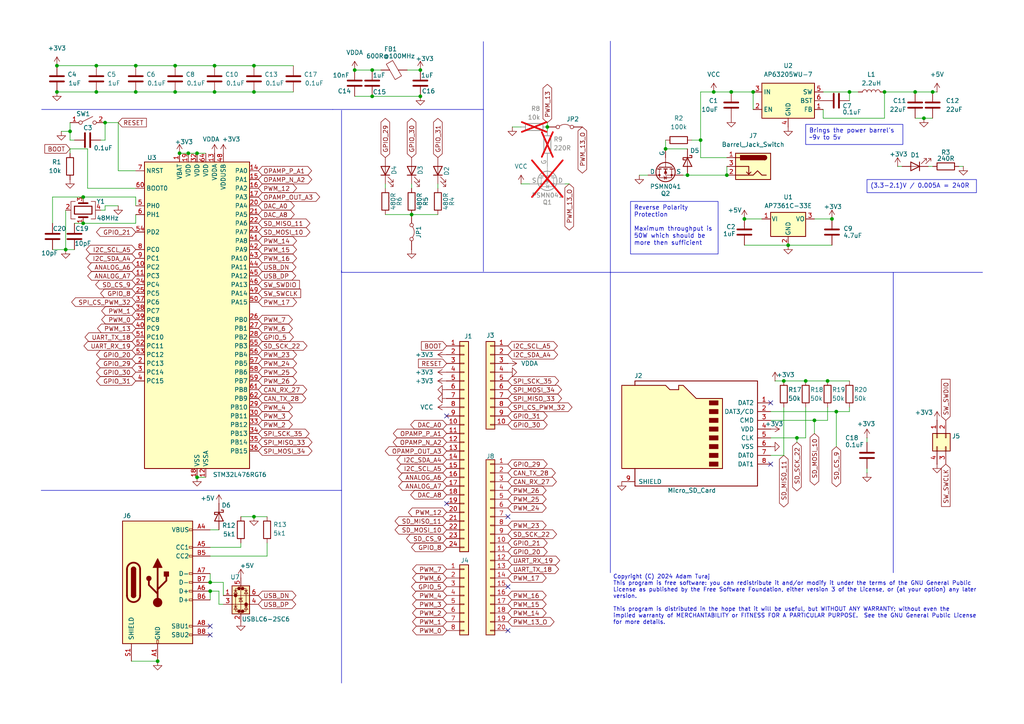
<source format=kicad_sch>
(kicad_sch (version 20231120) (generator "eeschema") (generator_version "8.0")
  (paper "A4")
  (title_block (title "Hackboard") (date "2024-08-04") (rev "v1.0"))
  (junction (at 256.54 26.67))
  (junction (at 52.07 44.45))
  (junction (at 236.22 121.92))
  (junction (at 240.03 110.49))
  (junction (at 107.95 20.32))
  (junction (at 265.43 26.67))
  (junction (at 50.8 19.05))
  (junction (at 50.8 26.67))
  (junction (at 207.01 26.67))
  (junction (at 60.96 168.91))
  (junction (at 210.82 50.8))
  (junction (at 102.87 20.32))
  (junction (at 24.13 64.77))
  (junction (at 24.13 57.15))
  (junction (at 73.66 149.86))
  (junction (at 27.94 19.05))
  (junction (at 246.38 26.67))
  (junction (at 57.15 44.45))
  (junction (at 203.2 40.64))
  (junction (at 227.33 110.49))
  (junction (at 16.51 26.67))
  (junction (at 30.48 35.56))
  (junction (at 45.72 191.77))
  (junction (at 20.32 38.1))
  (junction (at 199.39 50.8))
  (junction (at 267.97 34.29))
  (junction (at 16.51 19.05))
  (junction (at 60.96 171.45))
  (junction (at 73.66 26.67))
  (junction (at 19.05 72.39))
  (junction (at 241.3 63.5))
  (junction (at 62.23 19.05))
  (junction (at 158.75 36.83))
  (junction (at 107.95 27.94))
  (junction (at 231.14 127))
  (junction (at 215.9 63.5))
  (junction (at 121.92 20.32))
  (junction (at 121.92 27.94))
  (junction (at 27.94 26.67))
  (junction (at 193.04 43.18))
  (junction (at 242.57 119.38))
  (junction (at 119.38 62.23))
  (junction (at 57.15 138.43))
  (junction (at 228.6 71.12))
  (junction (at 62.23 26.67))
  (junction (at 212.09 26.67))
  (junction (at 270.51 26.67))
  (junction (at 39.37 26.67))
  (junction (at 39.37 19.05))
  (junction (at 73.66 19.05))
  (junction (at 233.68 110.49))
  (junction (at 218.44 26.67))
  (junction (at 54.61 44.45))
  (no_connect (at 147.32 170.18))
  (no_connect (at 60.96 181.61))
  (no_connect (at 129.54 120.65))
  (no_connect (at 223.52 134.62))
  (no_connect (at 147.32 149.86))
  (no_connect (at 129.54 146.05))
  (no_connect (at 223.52 116.84))
  (no_connect (at 147.32 182.88))
  (no_connect (at 60.96 184.15))
  (wire (pts (xy 256.54 26.67) (xy 265.43 26.67)))
  (wire (pts (xy 148.59 36.83) (xy 151.13 36.83)))
  (wire (pts (xy 278.13 48.26) (xy 279.4 48.26)))
  (wire (pts (xy 119.38 62.23) (xy 127 62.23)))
  (wire (pts (xy 73.66 149.86) (xy 77.47 149.86)))
  (wire (pts (xy 30.48 60.96) (xy 29.21 60.96)))
  (wire (pts (xy 27.94 26.67) (xy 39.37 26.67)))
  (wire (pts (xy 64.77 168.91) (xy 60.96 168.91)))
  (wire (pts (xy 60.96 171.45) (xy 60.96 173.99)))
  (wire (pts (xy 158.75 35.56) (xy 158.75 36.83)))
  (wire (pts (xy 240.03 121.92) (xy 240.03 118.11)))
  (wire (pts (xy 246.38 119.38) (xy 246.38 118.11)))
  (wire (pts (xy 57.15 44.45) (xy 59.69 44.45)))
  (wire (pts (xy 111.76 53.34) (xy 111.76 54.61)))
  (polyline (pts (xy 177.038 78.994) (xy 284.988 78.994)))
  (wire (pts (xy 158.75 36.83) (xy 158.75 38.1)))
  (wire (pts (xy 251.46 135.89) (xy 251.46 137.16)))
  (wire (pts (xy 210.82 45.72) (xy 203.2 45.72)))
  (wire (pts (xy 127 53.34) (xy 127 54.61)))
  (wire (pts (xy 163.83 53.34) (xy 165.1 53.34)))
  (wire (pts (xy 52.07 44.45) (xy 54.61 44.45)))
  (wire (pts (xy 30.48 35.56) (xy 30.48 40.64)))
  (wire (pts (xy 242.57 119.38) (xy 246.38 119.38)))
  (wire (pts (xy 270.51 26.67) (xy 271.78 26.67)))
  (wire (pts (xy 233.68 110.49) (xy 240.03 110.49)))
  (wire (pts (xy 69.85 158.75) (xy 69.85 157.48)))
  (wire (pts (xy 64.77 172.72) (xy 64.77 168.91)))
  (wire (pts (xy 77.47 161.29) (xy 77.47 157.48)))
  (polyline (pts (xy 99.06 142.24) (xy 99.06 198.12)))
  (wire (pts (xy 73.66 19.05) (xy 85.09 19.05)))
  (wire (pts (xy 60.96 161.29) (xy 77.47 161.29)))
  (polyline (pts (xy 99.06 78.994) (xy 99.06 78.486)))
  (wire (pts (xy 233.68 118.11) (xy 233.68 127)))
  (wire (pts (xy 29.21 40.64) (xy 30.48 40.64)))
  (wire (pts (xy 119.38 62.23) (xy 111.76 62.23)))
  (wire (pts (xy 236.22 63.5) (xy 241.3 63.5)))
  (wire (pts (xy 223.52 119.38) (xy 242.57 119.38)))
  (wire (pts (xy 63.5 171.45) (xy 60.96 171.45)))
  (wire (pts (xy 63.5 175.26) (xy 64.77 175.26)))
  (wire (pts (xy 203.2 26.67) (xy 207.01 26.67)))
  (polyline (pts (xy 177.038 78.994) (xy 177.038 11.938)))
  (polyline (pts (xy 259.08 78.994) (xy 259.08 166.116)))
  (wire (pts (xy 231.14 127) (xy 223.52 127)))
  (wire (pts (xy 246.38 26.67) (xy 248.92 26.67)))
  (wire (pts (xy 19.05 60.96) (xy 19.05 72.39)))
  (wire (pts (xy 269.24 48.26) (xy 270.51 48.26)))
  (wire (pts (xy 60.96 166.37) (xy 60.96 168.91)))
  (wire (pts (xy 50.8 19.05) (xy 62.23 19.05)))
  (wire (pts (xy 16.51 26.67) (xy 27.94 26.67)))
  (wire (pts (xy 15.24 72.39) (xy 19.05 72.39)))
  (wire (pts (xy 20.32 43.18) (xy 25.4 43.18)))
  (wire (pts (xy 203.2 40.64) (xy 203.2 45.72)))
  (wire (pts (xy 25.4 43.18) (xy 25.4 54.61)))
  (wire (pts (xy 30.48 59.69) (xy 30.48 60.96)))
  (wire (pts (xy 242.57 129.54) (xy 242.57 119.38)))
  (wire (pts (xy 203.2 26.67) (xy 203.2 40.64)))
  (wire (pts (xy 256.54 34.29) (xy 256.54 26.67)))
  (polyline (pts (xy 177.038 78.994) (xy 99.06 78.994)))
  (wire (pts (xy 16.51 19.05) (xy 27.94 19.05)))
  (wire (pts (xy 118.11 20.32) (xy 121.92 20.32)))
  (wire (pts (xy 15.24 57.15) (xy 24.13 57.15)))
  (wire (pts (xy 215.9 71.12) (xy 228.6 71.12)))
  (wire (pts (xy 102.87 27.94) (xy 107.95 27.94)))
  (polyline (pts (xy 177.038 78.994) (xy 177.038 166.116)))
  (wire (pts (xy 30.48 59.69) (xy 34.29 59.69)))
  (polyline (pts (xy 99.06 78.994) (xy 99.06 32.004)))
  (wire (pts (xy 151.13 53.34) (xy 153.67 53.34)))
  (wire (pts (xy 63.5 175.26) (xy 63.5 171.45)))
  (wire (pts (xy 39.37 59.69) (xy 39.37 57.15)))
  (wire (pts (xy 119.38 53.34) (xy 119.38 54.61)))
  (wire (pts (xy 236.22 121.92) (xy 223.52 121.92)))
  (wire (pts (xy 107.95 20.32) (xy 110.49 20.32)))
  (wire (pts (xy 238.76 26.67) (xy 246.38 26.67)))
  (wire (pts (xy 212.09 26.67) (xy 218.44 26.67)))
  (wire (pts (xy 21.59 40.64) (xy 20.32 40.64)))
  (wire (pts (xy 233.68 127) (xy 231.14 127)))
  (wire (pts (xy 224.79 110.49) (xy 227.33 110.49)))
  (wire (pts (xy 227.33 110.49) (xy 233.68 110.49)))
  (wire (pts (xy 251.46 127) (xy 251.46 128.27)))
  (wire (pts (xy 30.48 35.56) (xy 34.29 35.56)))
  (wire (pts (xy 228.6 71.12) (xy 241.3 71.12)))
  (wire (pts (xy 238.76 34.29) (xy 238.76 31.75)))
  (wire (pts (xy 21.59 64.77) (xy 24.13 64.77)))
  (wire (pts (xy 34.29 35.56) (xy 34.29 49.53)))
  (wire (pts (xy 73.66 26.67) (xy 85.09 26.67)))
  (wire (pts (xy 39.37 19.05) (xy 50.8 19.05)))
  (wire (pts (xy 223.52 132.08) (xy 227.33 132.08)))
  (wire (pts (xy 69.85 149.86) (xy 73.66 149.86)))
  (wire (pts (xy 20.32 40.64) (xy 20.32 38.1)))
  (wire (pts (xy 260.35 48.26) (xy 261.62 48.26)))
  (wire (pts (xy 215.9 63.5) (xy 220.98 63.5)))
  (wire (pts (xy 231.14 128.27) (xy 231.14 127)))
  (wire (pts (xy 17.78 38.1) (xy 20.32 38.1)))
  (wire (pts (xy 57.15 138.43) (xy 59.69 138.43)))
  (wire (pts (xy 25.4 54.61) (xy 39.37 54.61)))
  (wire (pts (xy 107.95 27.94) (xy 121.92 27.94)))
  (wire (pts (xy 210.82 48.26) (xy 210.82 50.8)))
  (wire (pts (xy 27.94 19.05) (xy 39.37 19.05)))
  (wire (pts (xy 265.43 26.67) (xy 270.51 26.67)))
  (wire (pts (xy 185.42 50.8) (xy 187.96 50.8)))
  (wire (pts (xy 39.37 26.67) (xy 50.8 26.67)))
  (wire (pts (xy 193.04 40.64) (xy 193.04 43.18)))
  (wire (pts (xy 240.03 110.49) (xy 246.38 110.49)))
  (wire (pts (xy 207.01 26.67) (xy 212.09 26.67)))
  (wire (pts (xy 198.12 50.8) (xy 199.39 50.8)))
  (wire (pts (xy 15.24 64.77) (xy 15.24 57.15)))
  (polyline (pts (xy 96.52 31.75) (xy 140.208 31.75)))
  (wire (pts (xy 236.22 125.73) (xy 236.22 121.92)))
  (wire (pts (xy 193.04 43.18) (xy 199.39 43.18)))
  (polyline (pts (xy 140.208 31.75) (xy 140.208 78.74)))
  (polyline (pts (xy 99.06 142.24) (xy 99.06 78.994)))
  (wire (pts (xy 265.43 34.29) (xy 267.97 34.29)))
  (wire (pts (xy 50.8 26.67) (xy 62.23 26.67)))
  (wire (pts (xy 62.23 26.67) (xy 73.66 26.67)))
  (wire (pts (xy 62.23 19.05) (xy 73.66 19.05)))
  (polyline (pts (xy 11.938 142.24) (xy 99.06 142.24)))
  (wire (pts (xy 20.32 35.56) (xy 20.32 38.1)))
  (wire (pts (xy 238.76 34.29) (xy 256.54 34.29)))
  (wire (pts (xy 54.61 44.45) (xy 57.15 44.45)))
  (wire (pts (xy 267.97 34.29) (xy 270.51 34.29)))
  (wire (pts (xy 102.87 20.32) (xy 107.95 20.32)))
  (wire (pts (xy 199.39 50.8) (xy 210.82 50.8)))
  (wire (pts (xy 24.13 64.77) (xy 39.37 64.77)))
  (wire (pts (xy 39.37 64.77) (xy 39.37 62.23)))
  (wire (pts (xy 34.29 49.53) (xy 39.37 49.53)))
  (wire (pts (xy 19.05 72.39) (xy 21.59 72.39)))
  (wire (pts (xy 236.22 121.92) (xy 240.03 121.92)))
  (wire (pts (xy 227.33 132.08) (xy 227.33 118.11)))
  (wire (pts (xy 60.96 158.75) (xy 69.85 158.75)))
  (polyline (pts (xy 140.208 12.065) (xy 140.208 31.75)))
  (wire (pts (xy 246.38 26.67) (xy 246.38 29.21)))
  (wire (pts (xy 38.1 191.77) (xy 45.72 191.77)))
  (wire (pts (xy 24.13 57.15) (xy 39.37 57.15)))
  (polyline (pts (xy 12.065 31.75) (xy 96.52 31.75)))
  (wire (pts (xy 60.96 153.67) (xy 63.5 153.67)))
  (wire (pts (xy 20.32 43.18) (xy 20.32 44.45)))
  (wire (pts (xy 218.44 26.67) (xy 218.44 31.75)))
  (wire (pts (xy 203.2 40.64) (xy 200.66 40.64)))
  (text_box "Brings the power barrel's ~9v to 5v" (at 233.68 36.068 0) (size 28.194 5.842) (effects (font (size 1.27 1.27)) (justify left top)))
  (text_box "Reverse Polarity Protection\n\nMaximum throughput is 50W which should be more then sufficient" (at 182.88 58.42 0) (size 25.4 15.24) (effects (font (size 1.27 1.27)) (justify left top)))
  (text_box "(3.3-2.1)V / 0.005A = 240R" (at 251.46 52.07 0) (size 31.75 3.81) (effects (font (size 1.27 1.27)) (justify left top)))
  (text "Copyright (C) 2024 Adam Turaj\nThis program is free software: you can redistribute it and/or modify it under the terms of the GNU General Public\nLicense as published by the Free Software Foundation, either version 3 of the License, or (at your option) any later \nversion.\n\nThis program is distributed in the hope that it will be useful, but WITHOUT ANY WARRANTY; without even the\nimplied warranty of MERCHANTABILITY or FITNESS FOR A PARTICULAR PURPOSE.  See the GNU General Public License\nfor more details." (at 177.8 173.99 0) (effects (font (size 1.17 1.17)) (justify left)))
  (global_label "PWM_14" (shape bidirectional) (at 147.32 177.8 0) (property "Intersheetrefs" "${INTERSHEET_REFS}" (effects (hide yes))))
  (global_label "SPI_CS_PWM_32" (shape bidirectional) (at 39.37 87.63 180) (property "Intersheetrefs" "${INTERSHEET_REFS}" (effects (hide yes))))
  (global_label "PWM_17" (shape bidirectional) (at 74.93 87.63 0) (property "Intersheetrefs" "${INTERSHEET_REFS}" (effects (hide yes))))
  (global_label "GPIO_5" (shape bidirectional) (at 74.93 97.79 0) (property "Intersheetrefs" "${INTERSHEET_REFS}" (effects (hide yes))))
  (global_label "ANALOG_A7" (shape bidirectional) (at 39.37 80.01 180) (property "Intersheetrefs" "${INTERSHEET_REFS}" (effects (hide yes))))
  (global_label "SPI_MISO_33" (shape bidirectional) (at 74.93 128.27 0) (property "Intersheetrefs" "${INTERSHEET_REFS}" (effects (hide yes))))
  (global_label "RESET" (shape input) (at 34.29 35.56 0) (property "Intersheetrefs" "${INTERSHEET_REFS}" (effects (hide yes))))
  (global_label "PWM_2" (shape bidirectional) (at 74.93 123.19 0) (property "Intersheetrefs" "${INTERSHEET_REFS}" (effects (hide yes))))
  (global_label "I2C_SDA_A4" (shape bidirectional) (at 39.37 74.93 180) (property "Intersheetrefs" "${INTERSHEET_REFS}" (effects (hide yes))))
  (global_label "SPI_SCK_35" (shape bidirectional) (at 74.93 125.73 0) (property "Intersheetrefs" "${INTERSHEET_REFS}" (effects (hide yes))))
  (global_label "PWM_26" (shape bidirectional) (at 74.93 110.49 0) (property "Intersheetrefs" "${INTERSHEET_REFS}" (effects (hide yes))))
  (global_label "OPAMP_N_A2" (shape bidirectional) (at 129.54 128.27 180) (property "Intersheetrefs" "${INTERSHEET_REFS}" (effects (hide yes))))
  (global_label "PWM_1" (shape bidirectional) (at 39.37 90.17 180) (property "Intersheetrefs" "${INTERSHEET_REFS}" (effects (hide yes))))
  (global_label "UART_RX_19" (shape bidirectional) (at 39.37 100.33 180) (property "Intersheetrefs" "${INTERSHEET_REFS}" (effects (hide yes))))
  (global_label "PWM_3" (shape bidirectional) (at 74.93 120.65 0) (property "Intersheetrefs" "${INTERSHEET_REFS}" (effects (hide yes))))
  (global_label "SD_MOSI_10" (shape bidirectional) (at 129.54 153.67 180) (property "Intersheetrefs" "${INTERSHEET_REFS}" (effects (hide yes))))
  (global_label "PWM_2" (shape bidirectional) (at 129.54 177.8 180) (property "Intersheetrefs" "${INTERSHEET_REFS}" (effects (hide yes))))
  (global_label "OPAMP_P_A1" (shape bidirectional) (at 74.93 49.53 0) (property "Intersheetrefs" "${INTERSHEET_REFS}" (effects (hide yes))))
  (global_label "PWM_7" (shape bidirectional) (at 74.93 92.71 0) (property "Intersheetrefs" "${INTERSHEET_REFS}" (effects (hide yes))))
  (global_label "DAC_A0" (shape bidirectional) (at 74.93 59.69 0) (property "Intersheetrefs" "${INTERSHEET_REFS}" (effects (hide yes))))
  (global_label "UART_RX_19" (shape bidirectional) (at 147.32 162.56 0) (property "Intersheetrefs" "${INTERSHEET_REFS}" (effects (hide yes))))
  (global_label "PWM_24" (shape bidirectional) (at 74.93 105.41 0) (property "Intersheetrefs" "${INTERSHEET_REFS}" (effects (hide yes))))
  (global_label "GPIO_21" (shape bidirectional) (at 147.32 157.48 0) (property "Intersheetrefs" "${INTERSHEET_REFS}" (effects (hide yes))))
  (global_label "PWM_25" (shape bidirectional) (at 147.32 144.78 0) (property "Intersheetrefs" "${INTERSHEET_REFS}" (effects (hide yes))))
  (global_label "GPIO_29" (shape bidirectional) (at 111.76 45.72 90) (property "Intersheetrefs" "${INTERSHEET_REFS}" (effects (hide yes))))
  (global_label "SD_MOSI_10" (shape bidirectional) (at 236.22 125.73 270) (property "Intersheetrefs" "${INTERSHEET_REFS}" (effects (hide yes))))
  (global_label "PWM_23" (shape bidirectional) (at 147.32 152.4 0) (property "Intersheetrefs" "${INTERSHEET_REFS}" (effects (hide yes))))
  (global_label "SD_CS_9" (shape bidirectional) (at 242.57 129.54 270) (property "Intersheetrefs" "${INTERSHEET_REFS}" (effects (hide yes))))
  (global_label "PWM_13" (shape bidirectional) (at 39.37 95.25 180) (property "Intersheetrefs" "${INTERSHEET_REFS}" (effects (hide yes))))
  (global_label "GPIO_30" (shape bidirectional) (at 39.37 107.95 180) (property "Intersheetrefs" "${INTERSHEET_REFS}" (effects (hide yes))))
  (global_label "CAN_TX_28" (shape bidirectional) (at 147.32 137.16 0) (property "Intersheetrefs" "${INTERSHEET_REFS}" (effects (hide yes))))
  (global_label "I2C_SDA_A4" (shape bidirectional) (at 129.54 133.35 180) (property "Intersheetrefs" "${INTERSHEET_REFS}" (effects (hide yes))))
  (global_label "PWM_7" (shape bidirectional) (at 129.54 165.1 180) (property "Intersheetrefs" "${INTERSHEET_REFS}" (effects (hide yes))))
  (global_label "SD_SCK_22" (shape bidirectional) (at 147.32 154.94 0) (property "Intersheetrefs" "${INTERSHEET_REFS}" (effects (hide yes))))
  (global_label "I2C_SCL_A5" (shape bidirectional) (at 147.32 100.33 0) (property "Intersheetrefs" "${INTERSHEET_REFS}" (effects (hide yes))))
  (global_label "SD_MISO_11" (shape bidirectional) (at 129.54 151.13 180) (property "Intersheetrefs" "${INTERSHEET_REFS}" (effects (hide yes))))
  (global_label "DAC_A0" (shape bidirectional) (at 129.54 123.19 180) (property "Intersheetrefs" "${INTERSHEET_REFS}" (effects (hide yes))))
  (global_label "OPAMP_N_A2" (shape bidirectional) (at 74.93 52.07 0) (property "Intersheetrefs" "${INTERSHEET_REFS}" (effects (hide yes))))
  (global_label "PWM_15" (shape bidirectional) (at 147.32 175.26 0) (property "Intersheetrefs" "${INTERSHEET_REFS}" (effects (hide yes))))
  (global_label "SD_SCK_22" (shape bidirectional) (at 231.14 128.27 270) (property "Intersheetrefs" "${INTERSHEET_REFS}" (effects (hide yes))))
  (global_label "UART_TX_18" (shape bidirectional) (at 147.32 165.1 0) (property "Intersheetrefs" "${INTERSHEET_REFS}" (effects (hide yes))))
  (global_label "GPIO_31" (shape bidirectional) (at 39.37 110.49 180) (property "Intersheetrefs" "${INTERSHEET_REFS}" (effects (hide yes))))
  (global_label "SD_MISO_11" (shape bidirectional) (at 74.93 64.77 0) (property "Intersheetrefs" "${INTERSHEET_REFS}" (effects (hide yes))))
  (global_label "ANALOG_A7" (shape bidirectional) (at 129.54 140.97 180) (property "Intersheetrefs" "${INTERSHEET_REFS}" (effects (hide yes))))
  (global_label "USB_DP" (shape bidirectional) (at 74.93 80.01 0) (property "Intersheetrefs" "${INTERSHEET_REFS}" (effects (hide yes))))
  (global_label "ANALOG_A6" (shape bidirectional) (at 129.54 138.43 180) (property "Intersheetrefs" "${INTERSHEET_REFS}" (effects (hide yes))))
  (global_label "GPIO_21" (shape bidirectional) (at 39.37 67.31 180) (property "Intersheetrefs" "${INTERSHEET_REFS}" (effects (hide yes))))
  (global_label "GPIO_5" (shape bidirectional) (at 129.54 170.18 180) (property "Intersheetrefs" "${INTERSHEET_REFS}" (effects (hide yes))))
  (global_label "PWM_16" (shape bidirectional) (at 147.32 172.72 0) (property "Intersheetrefs" "${INTERSHEET_REFS}" (effects (hide yes))))
  (global_label "GPIO_8" (shape bidirectional) (at 129.54 158.75 180) (property "Intersheetrefs" "${INTERSHEET_REFS}" (effects (hide yes))))
  (global_label "SD_CS_9" (shape bidirectional) (at 39.37 82.55 180) (property "Intersheetrefs" "${INTERSHEET_REFS}" (effects (hide yes))))
  (global_label "BOOT" (shape input) (at 20.32 43.18 180) (property "Intersheetrefs" "${INTERSHEET_REFS}" (effects (hide yes))))
  (global_label "PWM_15" (shape bidirectional) (at 74.93 72.39 0) (property "Intersheetrefs" "${INTERSHEET_REFS}" (effects (hide yes))))
  (global_label "OPAMP_OUT_A3" (shape bidirectional) (at 74.93 57.15 0) (property "Intersheetrefs" "${INTERSHEET_REFS}" (effects (hide yes))))
  (global_label "SD_CS_9" (shape bidirectional) (at 129.54 156.21 180) (property "Intersheetrefs" "${INTERSHEET_REFS}" (effects (hide yes))))
  (global_label "SPI_MOSI_34" (shape bidirectional) (at 74.93 130.81 0) (property "Intersheetrefs" "${INTERSHEET_REFS}" (effects (hide yes))))
  (global_label "PWM_13_O" (shape bidirectional) (at 165.1 53.34 270) (property "Intersheetrefs" "${INTERSHEET_REFS}" (effects (hide yes))))
  (global_label "USB_DN" (shape bidirectional) (at 74.93 77.47 0) (property "Intersheetrefs" "${INTERSHEET_REFS}" (effects (hide yes))))
  (global_label "I2C_SCL_A5" (shape bidirectional) (at 129.54 135.89 180) (property "Intersheetrefs" "${INTERSHEET_REFS}" (effects (hide yes))))
  (global_label "PWM_13_O" (shape bidirectional) (at 147.32 180.34 0) (property "Intersheetrefs" "${INTERSHEET_REFS}" (effects (hide yes))))
  (global_label "CAN_TX_28" (shape bidirectional) (at 74.93 115.57 0) (property "Intersheetrefs" "${INTERSHEET_REFS}" (effects (hide yes))))
  (global_label "PWM_14" (shape bidirectional) (at 74.93 69.85 0) (property "Intersheetrefs" "${INTERSHEET_REFS}" (effects (hide yes))))
  (global_label "PWM_6" (shape bidirectional) (at 74.93 95.25 0) (property "Intersheetrefs" "${INTERSHEET_REFS}" (effects (hide yes))))
  (global_label "SW_SWDIO" (shape input) (at 274.32 121.92 90) (property "Intersheetrefs" "${INTERSHEET_REFS}" (effects (hide yes))))
  (global_label "PWM_16" (shape bidirectional) (at 74.93 74.93 0) (property "Intersheetrefs" "${INTERSHEET_REFS}" (effects (hide yes))))
  (global_label "CAN_RX_27" (shape bidirectional) (at 74.93 113.03 0) (property "Intersheetrefs" "${INTERSHEET_REFS}" (effects (hide yes))))
  (global_label "DAC_A8" (shape bidirectional) (at 74.93 62.23 0) (property "Intersheetrefs" "${INTERSHEET_REFS}" (effects (hide yes))))
  (global_label "SPI_CS_PWM_32" (shape bidirectional) (at 147.32 118.11 0) (property "Intersheetrefs" "${INTERSHEET_REFS}" (effects (hide yes))))
  (global_label "PWM_17" (shape bidirectional) (at 147.32 167.64 0) (property "Intersheetrefs" "${INTERSHEET_REFS}" (effects (hide yes))))
  (global_label "SW_SWCLK" (shape input) (at 274.32 134.62 270) (property "Intersheetrefs" "${INTERSHEET_REFS}" (effects (hide yes))))
  (global_label "PWM_23" (shape bidirectional) (at 74.93 102.87 0) (property "Intersheetrefs" "${INTERSHEET_REFS}" (effects (hide yes))))
  (global_label "I2C_SCL_A5" (shape bidirectional) (at 39.37 72.39 180) (property "Intersheetrefs" "${INTERSHEET_REFS}" (effects (hide yes))))
  (global_label "PWM_6" (shape bidirectional) (at 129.54 167.64 180) (property "Intersheetrefs" "${INTERSHEET_REFS}" (effects (hide yes))))
  (global_label "SW_SWCLK" (shape input) (at 74.93 85.09 0) (property "Intersheetrefs" "${INTERSHEET_REFS}" (effects (hide yes))))
  (global_label "OPAMP_P_A1" (shape bidirectional) (at 129.54 125.73 180) (property "Intersheetrefs" "${INTERSHEET_REFS}" (effects (hide yes))))
  (global_label "GPIO_8" (shape bidirectional) (at 39.37 85.09 180) (property "Intersheetrefs" "${INTERSHEET_REFS}" (effects (hide yes))))
  (global_label "SD_MISO_11" (shape bidirectional) (at 227.33 132.08 270) (property "Intersheetrefs" "${INTERSHEET_REFS}" (effects (hide yes))))
  (global_label "PWM_13_O" (shape bidirectional) (at 168.91 36.83 270) (property "Intersheetrefs" "${INTERSHEET_REFS}" (effects (hide yes))))
  (global_label "SD_SCK_22" (shape bidirectional) (at 74.93 100.33 0) (property "Intersheetrefs" "${INTERSHEET_REFS}" (effects (hide yes))))
  (global_label "ANALOG_A6" (shape bidirectional) (at 39.37 77.47 180) (property "Intersheetrefs" "${INTERSHEET_REFS}" (effects (hide yes))))
  (global_label "PWM_4" (shape bidirectional) (at 129.54 172.72 180) (property "Intersheetrefs" "${INTERSHEET_REFS}" (effects (hide yes))))
  (global_label "GPIO_29" (shape bidirectional) (at 147.32 134.62 0) (property "Intersheetrefs" "${INTERSHEET_REFS}" (effects (hide yes))))
  (global_label "OPAMP_OUT_A3" (shape bidirectional) (at 129.54 130.81 180) (property "Intersheetrefs" "${INTERSHEET_REFS}" (effects (hide yes))))
  (global_label "I2C_SDA_A4" (shape bidirectional) (at 147.32 102.87 0) (property "Intersheetrefs" "${INTERSHEET_REFS}" (effects (hide yes))))
  (global_label "PWM_13" (shape bidirectional) (at 158.75 35.56 90) (property "Intersheetrefs" "${INTERSHEET_REFS}" (effects (hide yes))))
  (global_label "UART_TX_18" (shape bidirectional) (at 39.37 97.79 180) (property "Intersheetrefs" "${INTERSHEET_REFS}" (effects (hide yes))))
  (global_label "GPIO_29" (shape bidirectional) (at 39.37 105.41 180) (property "Intersheetrefs" "${INTERSHEET_REFS}" (effects (hide yes))))
  (global_label "PWM_0" (shape bidirectional) (at 129.54 182.88 180) (property "Intersheetrefs" "${INTERSHEET_REFS}" (effects (hide yes))))
  (global_label "DAC_A8" (shape bidirectional) (at 129.54 143.51 180) (property "Intersheetrefs" "${INTERSHEET_REFS}" (effects (hide yes))))
  (global_label "USB_DP" (shape bidirectional) (at 74.93 175.26 0) (property "Intersheetrefs" "${INTERSHEET_REFS}" (effects (hide yes))))
  (global_label "PWM_1" (shape bidirectional) (at 129.54 180.34 180) (property "Intersheetrefs" "${INTERSHEET_REFS}" (effects (hide yes))))
  (global_label "PWM_12" (shape bidirectional) (at 74.93 54.61 0) (property "Intersheetrefs" "${INTERSHEET_REFS}" (effects (hide yes))))
  (global_label "GPIO_20" (shape bidirectional) (at 147.32 160.02 0) (property "Intersheetrefs" "${INTERSHEET_REFS}" (effects (hide yes))))
  (global_label "BOOT" (shape input) (at 129.54 100.33 180) (property "Intersheetrefs" "${INTERSHEET_REFS}" (effects (hide yes))))
  (global_label "GPIO_20" (shape bidirectional) (at 39.37 102.87 180) (property "Intersheetrefs" "${INTERSHEET_REFS}" (effects (hide yes))))
  (global_label "PWM_26" (shape bidirectional) (at 147.32 142.24 0) (property "Intersheetrefs" "${INTERSHEET_REFS}" (effects (hide yes))))
  (global_label "PWM_3" (shape bidirectional) (at 129.54 175.26 180) (property "Intersheetrefs" "${INTERSHEET_REFS}" (effects (hide yes))))
  (global_label "SPI_MISO_33" (shape bidirectional) (at 147.32 115.57 0) (property "Intersheetrefs" "${INTERSHEET_REFS}" (effects (hide yes))))
  (global_label "CAN_RX_27" (shape bidirectional) (at 147.32 139.7 0) (property "Intersheetrefs" "${INTERSHEET_REFS}" (effects (hide yes))))
  (global_label "GPIO_30" (shape bidirectional) (at 119.38 45.72 90) (property "Intersheetrefs" "${INTERSHEET_REFS}" (effects (hide yes))))
  (global_label "PWM_0" (shape bidirectional) (at 39.37 92.71 180) (property "Intersheetrefs" "${INTERSHEET_REFS}" (effects (hide yes))))
  (global_label "SPI_MOSI_34" (shape bidirectional) (at 147.32 113.03 0) (property "Intersheetrefs" "${INTERSHEET_REFS}" (effects (hide yes))))
  (global_label "GPIO_30" (shape bidirectional) (at 147.32 123.19 0) (property "Intersheetrefs" "${INTERSHEET_REFS}" (effects (hide yes))))
  (global_label "SW_SWDIO" (shape input) (at 74.93 82.55 0) (property "Intersheetrefs" "${INTERSHEET_REFS}" (effects (hide yes))))
  (global_label "PWM_25" (shape bidirectional) (at 74.93 107.95 0) (property "Intersheetrefs" "${INTERSHEET_REFS}" (effects (hide yes))))
  (global_label "PWM_24" (shape bidirectional) (at 147.32 147.32 0) (property "Intersheetrefs" "${INTERSHEET_REFS}" (effects (hide yes))))
  (global_label "PWM_4" (shape bidirectional) (at 74.93 118.11 0) (property "Intersheetrefs" "${INTERSHEET_REFS}" (effects (hide yes))))
  (global_label "SPI_SCK_35" (shape bidirectional) (at 147.32 110.49 0) (property "Intersheetrefs" "${INTERSHEET_REFS}" (effects (hide yes))))
  (global_label "GPIO_31" (shape bidirectional) (at 127 45.72 90) (property "Intersheetrefs" "${INTERSHEET_REFS}" (effects (hide yes))))
  (global_label "SD_MOSI_10" (shape bidirectional) (at 74.93 67.31 0) (property "Intersheetrefs" "${INTERSHEET_REFS}" (effects (hide yes))))
  (global_label "GPIO_31" (shape bidirectional) (at 147.32 120.65 0) (property "Intersheetrefs" "${INTERSHEET_REFS}" (effects (hide yes))))
  (global_label "USB_DN" (shape bidirectional) (at 74.93 172.72 0) (property "Intersheetrefs" "${INTERSHEET_REFS}" (effects (hide yes))))
  (global_label "PWM_12" (shape bidirectional) (at 129.54 148.59 180) (property "Intersheetrefs" "${INTERSHEET_REFS}" (effects (hide yes))))
  (global_label "RESET" (shape input) (at 129.54 105.41 180) (property "Intersheetrefs" "${INTERSHEET_REFS}" (effects (hide yes))))
  (symbol (lib_id "power:GND") (at 129.54 115.57 270) (unit 1)
    (property "Reference" "#PWR027" (effects (hide yes)))
    (property "Value" "GND" (effects (hide yes)))
    (property "Description" "Power symbol creates a global label with name \"GND\" , ground" (effects (hide yes)))
  )
  (symbol (lib_id "Switch:SW_SPST") (at 25.4 35.56 0) (unit 1)
    (property "Reference" "SW1" (at 24.13 33.02 0))
    (property "Value" "SW_SPST" (effects (hide yes)))
    (property "Footprint" "Button_Switch_SMD:SW_SPST_PTS645" (effects (hide yes)))
    (property "Description" "Single Pole Single Throw (SPST) switch" (effects (hide yes)))
    (property "MPN" "PTS645SK43SMTR92 LFS" (effects (hide yes)))
  )
  (symbol (lib_id "power:+5V") (at 69.85 167.64 0) (unit 1)
    (property "Reference" "#PWR065" (effects (hide yes)))
    (property "Value" "+5V" (at 71.628 164.084 0))
    (property "Description" "Power symbol creates a global label with name \"+5V\"" (effects (hide yes)))
  )
  (symbol (lib_id "power:GND") (at 17.78 38.1 0) (unit 1)
    (property "Reference" "#PWR01" (effects (hide yes)))
    (property "Value" "GND" (effects (hide yes)))
    (property "Description" "Power symbol creates a global label with name \"GND\" , ground" (effects (hide yes)))
  )
  (symbol (lib_id "Device:LED") (at 127 49.53 90) (unit 1)
    (property "Reference" "D2" (at 129.54 48.26 0) (effects (justify right)))
    (property "Value" "LED" (effects (hide yes)))
    (property "Footprint" "LED_SMD:LED_0603_1608Metric" (effects (hide yes)))
    (property "Description" "Light emitting diode" (effects (hide yes)))
    (property "MPN" "LTST-C190TBKT" (effects (hide yes)))
  )
  (symbol (lib_id "Regulator_Linear:AP7361C-33E") (at 228.6 63.5 0) (unit 1)
    (property "Reference" "U1" (at 228.6 57.15 0))
    (property "Value" "AP7361C-33E" (at 228.6 59.69 0))
    (property "Footprint" "Package_TO_SOT_SMD:SOT-223-3_TabPin2" (effects (hide yes)))
    (property "Datasheet" "https://www.diodes.com/assets/Datasheets/AP7361C.pdf" (effects (hide yes)))
    (property "Description" "1A Low Dropout regulator, positive, 3.3V fixed output, SOT-223" (effects (hide yes)))
    (property "MPN" "AP7361C-33E-13" (effects (hide yes)))
  )
  (symbol (lib_id "Device:R") (at 227.33 114.3 0) (unit 1)
    (property "Reference" "R17" (at 228.6 113.03 0) (effects (justify left)))
    (property "Value" "50k" (at 228.6 115.57 0) (effects (justify left)))
    (property "Footprint" "Resistor_SMD:R_0603_1608Metric" (effects (hide yes)))
    (property "Description" "Resistor" (effects (hide yes)))
    (property "MPN" "RT0603BRD0750KL" (effects (hide yes)))
  )
  (symbol (lib_id "power:VCC") (at 151.13 53.34 0) (unit 1)
    (property "Reference" "#PWR035" (effects (hide yes)))
    (property "Value" "VCC" (at 151.13 48.26 0))
    (property "Description" "Power symbol creates a global label with name \"VCC\"" (effects (hide yes)))
  )
  (symbol (lib_id "Device:C") (at 270.51 30.48 0) (mirror y) (unit 1)
    (property "Reference" "C12" (at 274.32 29.2099 0) (effects (justify right)))
    (property "Value" "22uF" (at 274.32 31.7499 0) (effects (justify right)))
    (property "Footprint" "Capacitor_SMD:C_0603_1608Metric" (effects (hide yes)))
    (property "Description" "Unpolarized capacitor" (effects (hide yes)))
    (property "MPN" "C1608X5R1A226M080AC" (effects (hide yes)))
  )
  (symbol (lib_id "Device:R") (at 274.32 48.26 90) (unit 1)
    (property "Reference" "R3" (at 274.32 44.196 90))
    (property "Value" "240R" (at 274.32 45.974 90))
    (property "Footprint" "Resistor_SMD:R_0603_1608Metric" (effects (hide yes)))
    (property "Description" "Resistor" (effects (hide yes)))
    (property "MPN" "CRGCQ0603J220R" (effects (hide yes)))
  )
  (symbol (lib_id "Device:C") (at 62.23 22.86 0) (unit 1)
    (property "Reference" "C10" (at 65.278 21.59 0) (effects (justify left)))
    (property "Value" "0.1uF" (at 65.532 24.13 0) (effects (justify left)))
    (property "Footprint" "Capacitor_SMD:C_0603_1608Metric" (effects (hide yes)))
    (property "Description" "Unpolarized capacitor" (effects (hide yes)))
    (property "MPN" "GCM188R71H104KA57D" (effects (hide yes)))
  )
  (symbol (lib_id "power:GND") (at 119.38 72.39 0) (unit 1)
    (property "Reference" "#PWR031" (effects (hide yes)))
    (property "Value" "GND" (effects (hide yes)))
    (property "Description" "Power symbol creates a global label with name \"GND\" , ground" (effects (hide yes)))
  )
  (symbol (lib_id "Device:R") (at 127 58.42 0) (unit 1)
    (property "Reference" "R4" (at 131.064 58.42 90))
    (property "Value" "480R" (at 129.286 58.42 90))
    (property "Footprint" "Resistor_SMD:R_0603_1608Metric" (effects (hide yes)))
    (property "Description" "Resistor" (effects (hide yes)))
    (property "MPN" "CRGCQ0603J220R" (effects (hide yes)))
  )
  (symbol (lib_id "power:GND") (at 251.46 137.16 0) (mirror y) (unit 1)
    (property "Reference" "#PWR075" (effects (hide yes)))
    (property "Value" "GND" (effects (hide yes)))
    (property "Description" "Power symbol creates a global label with name \"GND\" , ground" (effects (hide yes)))
  )
  (symbol (lib_id "power:+3V3") (at 129.54 107.95 90) (unit 1)
    (property "Reference" "#PWR024" (effects (hide yes)))
    (property "Value" "+3V3" (at 125.73 107.9499 90) (effects (justify left)))
    (property "Description" "Power symbol creates a global label with name \"+3V3\"" (effects (hide yes)))
  )
  (symbol (lib_id "Device:C") (at 241.3 67.31 0) (mirror x) (unit 1)
    (property "Reference" "C9" (at 244.602 66.294 0) (effects (justify left)))
    (property "Value" "4.7uF" (at 244.602 68.326 0) (effects (justify left)))
    (property "Footprint" "Capacitor_SMD:C_0603_1608Metric" (effects (hide yes)))
    (property "Description" "Unpolarized capacitor" (effects (hide yes)))
    (property "MPN" "AP7361-33E-13" (effects (hide yes)))
  )
  (symbol (lib_id "power:GND") (at 228.6 36.83 0) (unit 1)
    (property "Reference" "#PWR09" (effects (hide yes)))
    (property "Value" "GND" (effects (hide yes)))
    (property "Description" "Power symbol creates a global label with name \"GND\" , ground" (effects (hide yes)))
  )
  (symbol (lib_id "power:VCC") (at 207.01 26.67 0) (unit 1)
    (property "Reference" "#PWR02" (effects (hide yes)))
    (property "Value" "VCC" (at 207.01 21.59 0))
    (property "Description" "Power symbol creates a global label with name \"VCC\"" (effects (hide yes)))
  )
  (symbol (lib_id "Device:L") (at 252.73 26.67 90) (unit 1)
    (property "Reference" "L1" (at 252.73 21.59 90))
    (property "Value" "2.2uH" (at 252.73 24.13 90))
    (property "Footprint" "Inductor_SMD:L_Vishay_IFSC-1515AH_4x4x1.8mm" (effects (hide yes)))
    (property "Description" "Inductor" (effects (hide yes)))
    (property "MPN" "IFSC1515AHER2R2M01" (effects (hide yes)))
  )
  (symbol (lib_id "power:VDDA") (at 62.23 44.45 0) (unit 1)
    (property "Reference" "#PWR012" (effects (hide yes)))
    (property "Value" "VDDA" (at 61.214 40.386 0))
    (property "Description" "Power symbol creates a global label with name \"VDDA\"" (effects (hide yes)))
  )
  (symbol (lib_id "power:GND") (at 16.51 26.67 0) (unit 1)
    (property "Reference" "#PWR08" (effects (hide yes)))
    (property "Value" "GND" (effects (hide yes)))
    (property "Description" "Power symbol creates a global label with name \"GND\" , ground" (effects (hide yes)))
  )
  (symbol (lib_id "Device:C") (at 121.92 24.13 180) (unit 1)
    (property "Reference" "C16" (at 126.238 26.416 0) (effects (justify left)))
    (property "Value" "1uF" (at 125.73 21.844 0) (effects (justify left)))
    (property "Footprint" "Capacitor_SMD:C_0603_1608Metric" (effects (hide yes)))
    (property "Description" "Unpolarized capacitor" (effects (hide yes)))
    (property "MPN" "CC0603KRX7R7BB105" (effects (hide yes)))
  )
  (symbol (lib_id "Connector_Generic:Conn_01x24") (at 134.62 128.27 0) (unit 1)
    (property "Reference" "J1" (at 134.62 97.536 0) (effects (justify left)))
    (property "Value" "Conn_01x24" (effects (hide yes)))
    (property "Footprint" "Headers:PinSocket_1x24_P2.54mm_Vertical" (effects (hide yes)))
    (property "Description" "Generic connector, single row, 01x24, script generated (kicad-library-utils/schlib/autogen/connector/)" (effects (hide yes)))
    (property "MPN" "PPTC241LFBN-RC" (effects (hide yes)))
  )
  (symbol (lib_id "Device:C") (at 107.95 24.13 180) (unit 1)
    (property "Reference" "C15" (at 112.014 26.67 0) (effects (justify left)))
    (property "Value" "1uF" (at 111.76 21.844 0) (effects (justify left)))
    (property "Footprint" "Capacitor_SMD:C_0603_1608Metric" (effects (hide yes)))
    (property "Description" "Unpolarized capacitor" (effects (hide yes)))
    (property "MPN" "CC0603KRX7R7BB105" (effects (hide yes)))
  )
  (symbol (lib_id "power:GND") (at 57.15 138.43 0) (unit 1)
    (property "Reference" "#PWR011" (effects (hide yes)))
    (property "Value" "GND" (effects (hide yes)))
    (property "Description" "Power symbol creates a global label with name \"GND\" , ground" (effects (hide yes)))
  )
  (symbol (lib_id "Jumper:Jumper_2_Bridged") (at 119.38 67.31 270) (mirror x) (unit 1) (exclude_from_sim yes)
    (property "Reference" "JP1" (at 121.412 67.31 0))
    (property "Value" "Jumper_2_Bridged" (effects (hide yes)))
    (property "Footprint" "Jumper:SolderJumper-2_P1.3mm_Open_RoundedPad1.0x1.5mm" (effects (hide yes)))
    (property "Description" "Jumper, 2-pole, closed/bridged" (effects (hide yes)))
    (property "MPN" "PPPC022LFBN-RC" (effects (hide yes)))
  )
  (symbol (lib_id "Connector_Generic:Conn_01x10") (at 142.24 110.49 0) (mirror y) (unit 1)
    (property "Reference" "J3" (at 142.24 97.282 0))
    (property "Value" "Conn_01x10" (effects (hide yes)))
    (property "Footprint" "Headers:PinSocket_1x10_P2.54mm_Vertical" (effects (hide yes)))
    (property "Description" "Generic connector, single row, 01x10, script generated (kicad-library-utils/schlib/autogen/connector/)" (effects (hide yes)))
    (property "MPN" "PPPC101LFBN-RC" (effects (hide yes)))
  )
  (symbol (lib_id "Device:LED") (at 111.76 49.53 90) (unit 1)
    (property "Reference" "D4" (at 114.3 48.006 0) (effects (justify right)))
    (property "Value" "LED" (effects (hide yes)))
    (property "Footprint" "LED_SMD:LED_0603_1608Metric" (effects (hide yes)))
    (property "Description" "Light emitting diode" (effects (hide yes)))
    (property "MPN" "LTST-C191KRKT" (effects (hide yes)))
  )
  (symbol (lib_id "MCU_ST_STM32L4:STM32L476RGTx") (at 57.15 92.71 0) (unit 1)
    (property "Reference" "U3" (at 42.672 45.72 0) (effects (justify left)))
    (property "Value" "STM32L476RGT6" (at 61.722 137.668 0) (effects (justify left)))
    (property "Footprint" "Package_QFP:LQFP-64_10x10mm_P0.5mm" (effects (hide yes)))
    (property "Datasheet" "https://www.st.com/resource/en/datasheet/stm32l476rg.pdf" (effects (hide yes)))
    (property "Description" "STMicroelectronics Arm Cortex-M4 MCU, 1024KB flash, 128KB RAM, 80 MHz, 1.71-3.6V, 51 GPIO, LQFP64" (effects (hide yes)))
    (property "MPN" "STM32L476RGT6" (effects (hide yes)))
  )
  (symbol (lib_id "Device:C") (at 73.66 22.86 0) (unit 1)
    (property "Reference" "C13" (at 76.708 21.59 0) (effects (justify left)))
    (property "Value" "0.1uF" (at 76.962 24.13 0) (effects (justify left)))
    (property "Footprint" "Capacitor_SMD:C_0603_1608Metric" (effects (hide yes)))
    (property "Description" "Unpolarized capacitor" (effects (hide yes)))
    (property "MPN" "GCM188R71H104KA57D" (effects (hide yes)))
  )
  (symbol (lib_id "power:+3V3") (at 129.54 102.87 90) (unit 1)
    (property "Reference" "#PWR023" (effects (hide yes)))
    (property "Value" "+3V3" (at 125.73 102.8699 90) (effects (justify left)))
    (property "Description" "Power symbol creates a global label with name \"+3V3\"" (effects (hide yes)))
  )
  (symbol (lib_id "power:+3V3") (at 16.51 19.05 0) (unit 1)
    (property "Reference" "#PWR07" (effects (hide yes)))
    (property "Value" "+3V3" (at 16.51 13.97 0))
    (property "Description" "Power symbol creates a global label with name \"+3V3\"" (effects (hide yes)))
  )
  (symbol (lib_id "power:+3V3") (at 223.52 124.46 270) (unit 1)
    (property "Reference" "#PWR036" (effects (hide yes)))
    (property "Value" "+3V3" (at 224.536 122.936 90))
    (property "Description" "Power symbol creates a global label with name \"+3V3\"" (effects (hide yes)))
  )
  (symbol (lib_id "power:GND") (at 34.29 59.69 0) (unit 1)
    (property "Reference" "#PWR041" (effects (hide yes)))
    (property "Value" "GND" (effects (hide yes)))
    (property "Description" "Power symbol creates a global label with name \"GND\" , ground" (effects (hide yes)))
  )
  (symbol (lib_id "power:GND") (at 147.32 107.95 90) (unit 1)
    (property "Reference" "#PWR033" (effects (hide yes)))
    (property "Value" "GND" (effects (hide yes)))
    (property "Description" "Power symbol creates a global label with name \"GND\" , ground" (effects (hide yes)))
  )
  (symbol (lib_id "Device:R") (at 154.94 36.83 270) (unit 1) (dnp yes)
    (property "Reference" "R8" (at 156.718 31.496 90) (effects (justify right)))
    (property "Value" "10k" (at 156.718 34.036 90) (effects (justify right)))
    (property "Footprint" "Resistor_SMD:R_0603_1608Metric" (effects (hide yes)))
    (property "Description" "Resistor" (effects (hide yes)))
    (property "MPN" "RMCF0603JT10K0" (effects (hide yes)))
  )
  (symbol (lib_id "Connector:Micro_SD_Card") (at 200.66 124.46 0) (mirror y) (unit 1)
    (property "Reference" "J2" (at 185.166 108.966 0))
    (property "Value" "Micro_SD_Card" (at 200.66 142.24 0))
    (property "Footprint" "Connector_Card:CONN9_MSD-1_CUD" (effects (hide yes)))
    (property "Datasheet" "http://katalog.we-online.de/em/datasheet/693072010801.pdf" (effects (hide yes)))
    (property "Description" "Micro SD Card Socket" (effects (hide yes)))
    (property "MPN" "MSD-1-A" (effects (hide yes)))
  )
  (symbol (lib_id "power:GND") (at 73.66 149.86 0) (unit 1)
    (property "Reference" "#PWR039" (effects (hide yes)))
    (property "Value" "GND" (effects (hide yes)))
    (property "Description" "Power symbol creates a global label with name \"GND\" , ground" (effects (hide yes)))
  )
  (symbol (lib_id "Device:LED") (at 119.38 49.53 90) (unit 1)
    (property "Reference" "D3" (at 121.92 48.006 0) (effects (justify right)))
    (property "Value" "LED" (effects (hide yes)))
    (property "Footprint" "LED_SMD:LED_0603_1608Metric" (effects (hide yes)))
    (property "Description" "Light emitting diode" (effects (hide yes)))
    (property "MPN" "LTST-C190GKT" (effects (hide yes)))
  )
  (symbol (lib_id "Device:C") (at 16.51 22.86 0) (unit 1)
    (property "Reference" "C4" (at 19.558 21.59 0) (effects (justify left)))
    (property "Value" "1uF" (at 19.812 24.13 0) (effects (justify left)))
    (property "Footprint" "Capacitor_SMD:C_0603_1608Metric" (effects (hide yes)))
    (property "Description" "Unpolarized capacitor" (effects (hide yes)))
    (property "MPN" "CC0603KRX7R7BB105" (effects (hide yes)))
  )
  (symbol (lib_id "Power_Protection:USBLC6-2SC6") (at 69.85 172.72 0) (unit 1)
    (property "Reference" "U7" (at 66.802 167.386 0) (effects (justify left)))
    (property "Value" "USBLC6-2SC6" (at 70.104 179.578 0) (effects (justify left)))
    (property "Footprint" "Package_TO_SOT_SMD:SOT-23-6" (effects (hide yes)))
    (property "Datasheet" "https://www.st.com/resource/en/datasheet/usblc6-2.pdf" (effects (hide yes)))
    (property "Description" "Very low capacitance ESD protection diode, 2 data-line, SOT-23-6" (effects (hide yes)))
    (property "MPN" "USBLC6-2SC6" (effects (hide yes)))
  )
  (symbol (lib_id "Device:R") (at 233.68 114.3 0) (unit 1)
    (property "Reference" "R18" (at 234.95 113.03 0) (effects (justify left)))
    (property "Value" "50k" (at 234.95 115.57 0) (effects (justify left)))
    (property "Footprint" "Resistor_SMD:R_0603_1608Metric" (effects (hide yes)))
    (property "Description" "Resistor" (effects (hide yes)))
    (property "MPN" "RT0603BRD0750KL" (effects (hide yes)))
  )
  (symbol (lib_id "Device:R") (at 111.76 58.42 0) (unit 1)
    (property "Reference" "R6" (at 115.824 58.42 90))
    (property "Value" "480R" (at 114.046 58.42 90))
    (property "Footprint" "Resistor_SMD:R_0603_1608Metric" (effects (hide yes)))
    (property "Description" "Resistor" (effects (hide yes)))
    (property "MPN" "CRGCQ0603J220R" (effects (hide yes)))
  )
  (symbol (lib_id "power:GND") (at 69.85 180.34 0) (unit 1)
    (property "Reference" "#PWR066" (effects (hide yes)))
    (property "Value" "GND" (effects (hide yes)))
    (property "Description" "Power symbol creates a global label with name \"GND\" , ground" (effects (hide yes)))
  )
  (symbol (lib_id "Device:R") (at 69.85 153.67 0) (mirror x) (unit 1)
    (property "Reference" "R12" (at 68.326 152.4 0) (effects (justify right)))
    (property "Value" "5k1" (at 68.326 154.94 0) (effects (justify right)))
    (property "Footprint" "Resistor_SMD:R_0603_1608Metric" (effects (hide yes)))
    (property "Description" "Resistor" (effects (hide yes)))
    (property "MPN" "RC0603FR-075K1L" (effects (hide yes)))
  )
  (symbol (lib_id "power:+3V3") (at 260.35 48.26 0) (mirror y) (unit 1)
    (property "Reference" "#PWR014" (effects (hide yes)))
    (property "Value" "+3V3" (at 260.604 44.704 0))
    (property "Description" "Power symbol creates a global label with name \"+3V3\"" (effects (hide yes)))
  )
  (symbol (lib_id "Device:C") (at 15.24 68.58 0) (unit 1)
    (property "Reference" "C20" (at 15.3116 66.3099 0) (effects (justify left)))
    (property "Value" "10pF" (at 11.938 73.406 0) (effects (justify left)))
    (property "Footprint" "Capacitor_SMD:C_0603_1608Metric" (effects (hide yes)))
    (property "Description" "Unpolarized capacitor" (effects (hide yes)))
    (property "MPN" "0603N100J500CT" (effects (hide yes)))
  )
  (symbol (lib_id "power:+3V3") (at 224.79 110.49 0) (unit 1)
    (property "Reference" "#PWR073" (effects (hide yes)))
    (property "Value" "+3V3" (at 227.838 108.712 0))
    (property "Description" "Power symbol creates a global label with name \"+3V3\"" (effects (hide yes)))
  )
  (symbol (lib_id "Device:C") (at 25.4 40.64 270) (unit 1)
    (property "Reference" "C3" (at 24.13 37.084 90) (effects (justify left)))
    (property "Value" "0.1uF" (at 27.178 42.926 90) (effects (justify left)))
    (property "Footprint" "Capacitor_SMD:C_0603_1608Metric" (effects (hide yes)))
    (property "Description" "Unpolarized capacitor" (effects (hide yes)))
    (property "MPN" "GCM188R71H104KA57D" (effects (hide yes)))
  )
  (symbol (lib_id "Connector_Generic:Conn_01x20") (at 142.24 157.48 0) (mirror y) (unit 1)
    (property "Reference" "J8" (at 142.24 132.334 0))
    (property "Value" "Conn_01x20" (effects (hide yes)))
    (property "Footprint" "Headers:PinSocket_1x20_P2.54mm_Vertical" (effects (hide yes)))
    (property "Description" "Generic connector, single row, 01x20, script generated (kicad-library-utils/schlib/autogen/connector/)" (effects (hide yes)))
    (property "MPN" "61302011821" (effects (hide yes)))
  )
  (symbol (lib_id "power:GND") (at 180.34 139.7 0) (mirror y) (unit 1)
    (property "Reference" "#PWR022" (effects (hide yes)))
    (property "Value" "GND" (effects (hide yes)))
    (property "Description" "Power symbol creates a global label with name \"GND\" , ground" (effects (hide yes)))
  )
  (symbol (lib_id "Connector:USB_C_Receptacle_USB2.0_16P") (at 45.72 168.91 0) (unit 1)
    (property "Reference" "J6" (at 36.83 149.606 0))
    (property "Value" "USB_C_Receptacle_USB2.0_16P" (effects (hide yes)))
    (property "Footprint" "Connector_USB:USB_C_Receptacle_Amphenol_GSB1C4" (effects (hide yes)))
    (property "Datasheet" "https://www.usb.org/sites/default/files/documents/usb_type-c.zip" (effects (hide yes)))
    (property "Description" "USB 2.0-only 16P Type-C Receptacle connector" (effects (hide yes)))
    (property "MPN" "GSB1C411111DS1HR" (effects (hide yes)))
  )
  (symbol (lib_id "Jumper:Jumper_2_Bridged") (at 163.83 36.83 0) (unit 1) (exclude_from_sim yes)
    (property "Reference" "JP2" (at 166.116 34.544 0))
    (property "Value" "Jumper_2_Bridged" (effects (hide yes)))
    (property "Footprint" "Jumper:SolderJumper-2_P1.3mm_Open_RoundedPad1.0x1.5mm" (effects (hide yes)))
    (property "Description" "Jumper, 2-pole, closed/bridged" (effects (hide yes)))
    (property "MPN" "PPPC022LFBN-RC" (effects (hide yes)))
  )
  (symbol (lib_id "Device:FerriteBead") (at 114.3 20.32 90) (mirror x) (unit 1)
    (property "Reference" "FB1" (at 113.284 14.224 90))
    (property "Value" "600R@100MHz" (at 113.284 16.256 90))
    (property "Footprint" "Inductor_SMD:L_0603_1608Metric" (effects (hide yes)))
    (property "Description" "Ferrite bead" (effects (hide yes)))
    (property "MPN" "BLM18AG601SN1D" (effects (hide yes)))
  )
  (symbol (lib_id "power:+3V3") (at 241.3 63.5 0) (mirror y) (unit 1)
    (property "Reference" "#PWR019" (effects (hide yes)))
    (property "Value" "+3V3" (at 241.554 59.944 0))
    (property "Description" "Power symbol creates a global label with name \"+3V3\"" (effects (hide yes)))
  )
  (symbol (lib_id "power:+3V3") (at 64.77 44.45 0) (mirror y) (unit 1)
    (property "Reference" "#PWR013" (effects (hide yes)))
    (property "Value" "+3V3" (at 67.056 40.386 0))
    (property "Description" "Power symbol creates a global label with name \"+3V3\"" (effects (hide yes)))
  )
  (symbol (lib_id "Device:C") (at 50.8 22.86 0) (unit 1)
    (property "Reference" "C8" (at 53.848 21.59 0) (effects (justify left)))
    (property "Value" "0.1uF" (at 54.102 24.13 0) (effects (justify left)))
    (property "Footprint" "Capacitor_SMD:C_0603_1608Metric" (effects (hide yes)))
    (property "Description" "Unpolarized capacitor" (effects (hide yes)))
    (property "MPN" "GCM188R71H104KA57D" (effects (hide yes)))
  )
  (symbol (lib_id "power:GND") (at 228.6 71.12 0) (unit 1)
    (property "Reference" "#PWR06" (effects (hide yes)))
    (property "Value" "GND" (effects (hide yes)))
    (property "Description" "Power symbol creates a global label with name \"GND\" , ground" (effects (hide yes)))
  )
  (symbol (lib_id "power:GND") (at 148.59 36.83 0) (mirror y) (unit 1)
    (property "Reference" "#PWR034" (effects (hide yes)))
    (property "Value" "GND" (effects (hide yes)))
    (property "Description" "Power symbol creates a global label with name \"GND\" , ground" (effects (hide yes)))
  )
  (symbol (lib_id "power:+5V") (at 63.5 146.05 0) (unit 1)
    (property "Reference" "#PWR063" (effects (hide yes)))
    (property "Value" "+5V" (at 60.198 144.526 0))
    (property "Description" "Power symbol creates a global label with name \"+5V\"" (effects (hide yes)))
  )
  (symbol (lib_id "Device:R") (at 240.03 114.3 0) (unit 1)
    (property "Reference" "R19" (at 241.3 113.03 0) (effects (justify left)))
    (property "Value" "50k" (at 241.3 115.57 0) (effects (justify left)))
    (property "Footprint" "Resistor_SMD:R_0603_1608Metric" (effects (hide yes)))
    (property "Description" "Resistor" (effects (hide yes)))
    (property "MPN" "RT0603BRD0750KL" (effects (hide yes)))
  )
  (symbol (lib_id "power:GND") (at 185.42 50.8 0) (unit 1)
    (property "Reference" "#PWR015" (effects (hide yes)))
    (property "Value" "GND" (effects (hide yes)))
    (property "Description" "Power symbol creates a global label with name \"GND\" , ground" (effects (hide yes)))
  )
  (symbol (lib_id "Device:C") (at 27.94 22.86 0) (unit 1)
    (property "Reference" "C5" (at 30.988 21.59 0) (effects (justify left)))
    (property "Value" "1uF" (at 31.242 24.13 0) (effects (justify left)))
    (property "Footprint" "Capacitor_SMD:C_0603_1608Metric" (effects (hide yes)))
    (property "Description" "Unpolarized capacitor" (effects (hide yes)))
    (property "MPN" "CC0603KRX7R7BB105" (effects (hide yes)))
  )
  (symbol (lib_id "Connector_Generic:Conn_02x02_Counter_Clockwise") (at 271.78 127 90) (mirror x) (unit 1)
    (property "Reference" "J5" (at 276.098 126.492 90) (effects (justify right)))
    (property "Value" "Conn_02x02_Counter_Clockwise" (effects (hide yes)))
    (property "Footprint" "Connector_PinHeader_2.54mm:PinHeader_2x02_P2.54mm_Vertical" (effects (hide yes)))
    (property "Description" "Generic connector, double row, 02x02, counter clockwise pin numbering scheme (similar to DIP package numbering), script generated (kicad-library-utils/schlib/autogen/connector/)" (effects (hide yes)))
  )
  (symbol (lib_id "power:GND") (at 20.32 52.07 0) (unit 1)
    (property "Reference" "#PWR03" (effects (hide yes)))
    (property "Value" "GND" (effects (hide yes)))
    (property "Description" "Power symbol creates a global label with name \"GND\" , ground" (effects (hide yes)))
  )
  (symbol (lib_id "power:VDDA") (at 147.32 105.41 270) (unit 1)
    (property "Reference" "#PWR032" (effects (hide yes)))
    (property "Value" "VDDA" (at 151.13 105.4099 90) (effects (justify left)))
    (property "Description" "Power symbol creates a global label with name \"VDDA\"" (effects (hide yes)))
  )
  (symbol (lib_id "Device:LED") (at 265.43 48.26 180) (unit 1)
    (property "Reference" "D1" (at 265.43 44.958 0))
    (property "Value" "LED" (effects (hide yes)))
    (property "Footprint" "LED_SMD:LED_0603_1608Metric" (effects (hide yes)))
    (property "Description" "Light emitting diode" (effects (hide yes)))
    (property "MPN" "LTST-C190GKT" (effects (hide yes)))
  )
  (symbol (lib_id "power:+3V3") (at 271.78 121.92 0) (unit 1)
    (property "Reference" "#PWR038" (effects (hide yes)))
    (property "Value" "+3V3" (at 267.97 119.634 0))
    (property "Description" "Power symbol creates a global label with name \"+3V3\"" (effects (hide yes)))
  )
  (symbol (lib_id "power:VCC") (at 129.54 118.11 90) (unit 1)
    (property "Reference" "#PWR028" (effects (hide yes)))
    (property "Value" "VCC" (at 125.73 118.1099 90) (effects (justify left)))
    (property "Description" "Power symbol creates a global label with name \"VCC\"" (effects (hide yes)))
  )
  (symbol (lib_id "Connector:Barrel_Jack_Switch") (at 218.44 48.26 0) (mirror y) (unit 1)
    (property "Reference" "J7" (at 218.44 39.37 0))
    (property "Value" "Barrel_Jack_Switch" (at 218.44 41.91 0))
    (property "Footprint" "Connector_BarrelJack:CUI_PJ-002AH" (effects (hide yes)))
    (property "Description" "DC Barrel Jack with an internal switch" (effects (hide yes)))
    (property "MPN" "PJ-002AH" (effects (hide yes)))
  )
  (symbol (lib_id "power:GND") (at 129.54 113.03 270) (unit 1)
    (property "Reference" "#PWR026" (effects (hide yes)))
    (property "Value" "GND" (effects (hide yes)))
    (property "Description" "Power symbol creates a global label with name \"GND\" , ground" (effects (hide yes)))
  )
  (symbol (lib_id "Device:D_Schottky") (at 63.5 149.86 270) (unit 1)
    (property "Reference" "D6" (at 64.262 146.558 90) (effects (justify left)))
    (property "Value" "D_Schottky" (effects (hide yes)))
    (property "Footprint" "Diode_SMD:D_SMB" (effects (hide yes)))
    (property "Description" "Schottky diode" (effects (hide yes)))
    (property "MPN" "SSB44-E3/52T" (effects (hide yes)))
  )
  (symbol (lib_id "power:GND") (at 121.92 27.94 0) (mirror y) (unit 1)
    (property "Reference" "#PWR030" (effects (hide yes)))
    (property "Value" "GND" (effects (hide yes)))
    (property "Description" "Power symbol creates a global label with name \"GND\" , ground" (effects (hide yes)))
  )
  (symbol (lib_id "power:VDDA") (at 102.87 20.32 0) (unit 1)
    (property "Reference" "#PWR021" (effects (hide yes)))
    (property "Value" "VDDA" (at 102.87 15.24 0))
    (property "Description" "Power symbol creates a global label with name \"VDDA\"" (effects (hide yes)))
  )
  (symbol (lib_id "Device:C") (at 242.57 29.21 90) (unit 1)
    (property "Reference" "C7" (at 244.348 30.734 90) (effects (justify right)))
    (property "Value" "0.1uF" (at 244.348 32.512 90) (effects (justify right)))
    (property "Footprint" "Capacitor_SMD:C_0603_1608Metric" (effects (hide yes)))
    (property "Description" "Unpolarized capacitor" (effects (hide yes)))
    (property "MPN" "GCM188R71H104KA57D" (effects (hide yes)))
  )
  (symbol (lib_id "Device:R") (at 119.38 58.42 0) (unit 1)
    (property "Reference" "R5" (at 123.444 58.42 90))
    (property "Value" "480R" (at 121.666 58.42 90))
    (property "Footprint" "Resistor_SMD:R_0603_1608Metric" (effects (hide yes)))
    (property "Description" "Resistor" (effects (hide yes)))
    (property "MPN" "CRGCQ0603J220R" (effects (hide yes)))
  )
  (symbol (lib_id "power:+3V3") (at 121.92 20.32 0) (mirror y) (unit 1)
    (property "Reference" "#PWR029" (effects (hide yes)))
    (property "Value" "+3V3" (at 123.19 17.018 0))
    (property "Description" "Power symbol creates a global label with name \"+3V3\"" (effects (hide yes)))
  )
  (symbol (lib_id "power:GND") (at 223.52 129.54 90) (mirror x) (unit 1)
    (property "Reference" "#PWR037" (effects (hide yes)))
    (property "Value" "GND" (effects (hide yes)))
    (property "Description" "Power symbol creates a global label with name \"GND\" , ground" (effects (hide yes)))
  )
  (symbol (lib_id "Device:C") (at 21.59 68.58 0) (unit 1)
    (property "Reference" "C19" (at 21.844 66.294 0) (effects (justify left)))
    (property "Value" "10pF" (at 21.59 70.612 0) (effects (justify left)))
    (property "Footprint" "Capacitor_SMD:C_0603_1608Metric" (effects (hide yes)))
    (property "Description" "Unpolarized capacitor" (effects (hide yes)))
    (property "MPN" "0603N100J500CT" (effects (hide yes)))
  )
  (symbol (lib_id "power:+5V") (at 129.54 110.49 90) (unit 1)
    (property "Reference" "#PWR025" (effects (hide yes)))
    (property "Value" "+3V3" (at 125.73 110.4899 90) (effects (justify left)))
    (property "Description" "Power symbol creates a global label with name \"+5V\"" (effects (hide yes)))
  )
  (symbol (lib_id "Device:C") (at 215.9 67.31 0) (unit 1)
    (property "Reference" "C2" (at 213.36 65.786 0) (effects (justify right)))
    (property "Value" "1uF" (at 213.36 67.818 0) (effects (justify right)))
    (property "Footprint" "Capacitor_SMD:C_0603_1608Metric" (effects (hide yes)))
    (property "Description" "Unpolarized capacitor" (effects (hide yes)))
    (property "MPN" "CC0603KRX7R7BB105" (effects (hide yes)))
  )
  (symbol (lib_id "Device:D_Schottky") (at 199.39 46.99 270) (unit 1)
    (property "Reference" "D5" (at 200.152 43.688 90) (effects (justify left)))
    (property "Value" "D_Schottky" (effects (hide yes)))
    (property "Footprint" "Diode_SMD:D_SMB" (effects (hide yes)))
    (property "Description" "Schottky diode" (effects (hide yes)))
    (property "MPN" "SSB44-E3/52T" (effects (hide yes)))
  )
  (symbol (lib_id "Device:C") (at 102.87 24.13 180) (unit 1)
    (property "Reference" "C14" (at 101.854 26.416 0) (effects (justify left)))
    (property "Value" "10nF" (at 101.346 21.844 0) (effects (justify left)))
    (property "Footprint" "Capacitor_SMD:C_0603_1608Metric" (effects (hide yes)))
    (property "Description" "Unpolarized capacitor" (effects (hide yes)))
    (property "MPN" "0603B103K500CT" (effects (hide yes)))
  )
  (symbol (lib_id "Device:Crystal_GND24") (at 24.13 60.96 90) (unit 1)
    (property "Reference" "Y1" (at 29.21 58.42 90))
    (property "Value" "48MHz" (at 31.242 63.246 90))
    (property "Footprint" "Oscillator:Oscillator_SMD_Abracon_ASE-4Pin_3.2x2.5mm" (effects (hide yes)))
    (property "Description" "Four pin crystal, GND on pins 2 and 4" (effects (hide yes)))
    (property "MPN" "RH100-48.000-8-F-1015-EXT-TR" (effects (hide yes)))
  )
  (symbol (lib_id "Device:C") (at 212.09 30.48 0) (unit 1)
    (property "Reference" "C1" (at 208.28 29.2099 0) (effects (justify right)))
    (property "Value" "10uF" (at 208.28 31.7499 0) (effects (justify right)))
    (property "Footprint" "Capacitor_SMD:C_1206_3216Metric" (effects (hide yes)))
    (property "Description" "Unpolarized capacitor" (effects (hide yes)))
    (property "MPN" "0603DD106MAT2A" (effects (hide yes)))
  )
  (symbol (lib_id "power:GND") (at 279.4 48.26 0) (unit 1)
    (property "Reference" "#PWR020" (effects (hide yes)))
    (property "Value" "GND" (effects (hide yes)))
    (property "Description" "Power symbol creates a global label with name \"GND\" , ground" (effects (hide yes)))
  )
  (symbol (lib_id "Device:C") (at 265.43 30.48 0) (unit 1)
    (property "Reference" "C11" (at 262.89 29.21 0) (effects (justify right)))
    (property "Value" "22uF" (at 262.89 31.75 0) (effects (justify right)))
    (property "Footprint" "Capacitor_SMD:C_0603_1608Metric" (effects (hide yes)))
    (property "Description" "Unpolarized capacitor" (effects (hide yes)))
    (property "MPN" "C1608X5R1A226M080AC" (effects (hide yes)))
  )
  (symbol (lib_id "power:GND") (at 271.78 134.62 0) (mirror y) (unit 1)
    (property "Reference" "#PWR016" (effects (hide yes)))
    (property "Value" "GND" (effects (hide yes)))
    (property "Description" "Power symbol creates a global label with name \"GND\" , ground" (effects (hide yes)))
  )
  (symbol (lib_id "Device:R") (at 158.75 41.91 180) (unit 1) (dnp yes)
    (property "Reference" "R9" (at 160.528 40.386 0) (effects (justify right)))
    (property "Value" "220R" (at 160.528 42.926 0) (effects (justify right)))
    (property "Footprint" "Resistor_SMD:R_0603_1608Metric" (effects (hide yes)))
    (property "Description" "Resistor" (effects (hide yes)))
    (property "MPN" "CRGCQ0603J220R" (effects (hide yes)))
  )
  (symbol (lib_id "power:+5V") (at 215.9 63.5 0) (unit 1)
    (property "Reference" "#PWR05" (effects (hide yes)))
    (property "Value" "+5V" (at 213.106 60.96 0))
    (property "Description" "Power symbol creates a global label with name \"+5V\"" (effects (hide yes)))
  )
  (symbol (lib_id "power:GND") (at 212.09 34.29 0) (unit 1)
    (property "Reference" "#PWR04" (effects (hide yes)))
    (property "Value" "GND" (effects (hide yes)))
    (property "Description" "Power symbol creates a global label with name \"GND\" , ground" (effects (hide yes)))
  )
  (symbol (lib_id "power:+3V3") (at 52.07 44.45 0) (mirror y) (unit 1)
    (property "Reference" "#PWR010" (effects (hide yes)))
    (property "Value" "+3V3" (at 53.34 41.148 0))
    (property "Description" "Power symbol creates a global label with name \"+3V3\"" (effects (hide yes)))
  )
  (symbol (lib_id "Device:C") (at 251.46 132.08 0) (mirror y) (unit 1)
    (property "Reference" "C18" (at 245.11 127 0) (effects (justify right)))
    (property "Value" "0.1uF" (at 245.11 129.032 0) (effects (justify right)))
    (property "Footprint" "Capacitor_SMD:C_0603_1608Metric" (effects (hide yes)))
    (property "Description" "Unpolarized capacitor" (effects (hide yes)))
    (property "MPN" "GCM188R71H104KA57D" (effects (hide yes)))
  )
  (symbol (lib_id "Device:C") (at 85.09 22.86 0) (unit 1)
    (property "Reference" "C17" (at 88.138 21.59 0) (effects (justify left)))
    (property "Value" "0.1uF" (at 88.392 24.13 0) (effects (justify left)))
    (property "Footprint" "Capacitor_SMD:C_0603_1608Metric" (effects (hide yes)))
    (property "Description" "Unpolarized capacitor" (effects (hide yes)))
    (property "MPN" "GCM188R71H104KA57D" (effects (hide yes)))
  )
  (symbol (lib_id "Device:C") (at 39.37 22.86 0) (unit 1)
    (property "Reference" "C6" (at 42.418 21.59 0) (effects (justify left)))
    (property "Value" "0.1uF" (at 42.672 24.13 0) (effects (justify left)))
    (property "Footprint" "Capacitor_SMD:C_0603_1608Metric" (effects (hide yes)))
    (property "Description" "Unpolarized capacitor" (effects (hide yes)))
    (property "MPN" "GCM188R71H104KA57D" (effects (hide yes)))
  )
  (symbol (lib_id "power:GND") (at 267.97 34.29 0) (unit 1)
    (property "Reference" "#PWR017" (effects (hide yes)))
    (property "Value" "GND" (effects (hide yes)))
    (property "Description" "Power symbol creates a global label with name \"GND\" , ground" (effects (hide yes)))
  )
  (symbol (lib_id "Connector_Generic:Conn_01x08") (at 134.62 172.72 0) (unit 1)
    (property "Reference" "J4" (at 133.604 162.56 0) (effects (justify left)))
    (property "Value" "Conn_01x08" (effects (hide yes)))
    (property "Footprint" "Headers:PinSocket_1x08_P2.54mm_Vertical" (effects (hide yes)))
    (property "Description" "Generic connector, single row, 01x08, script generated (kicad-library-utils/schlib/autogen/connector/)" (effects (hide yes)))
    (property "MPN" "61300811821" (effects (hide yes)))
  )
  (symbol (lib_id "Device:R") (at 246.38 114.3 0) (unit 1)
    (property "Reference" "R20" (at 247.65 113.03 0) (effects (justify left)))
    (property "Value" "50k" (at 247.65 115.57 0) (effects (justify left)))
    (property "Footprint" "Resistor_SMD:R_0603_1608Metric" (effects (hide yes)))
    (property "Description" "Resistor" (effects (hide yes)))
    (property "MPN" "RT0603BRD0750KL" (effects (hide yes)))
  )
  (symbol (lib_id "Simulation_SPICE:NMOS") (at 158.75 50.8 270) (unit 1) (dnp yes)
    (property "Reference" "Q1" (at 158.75 58.674 90))
    (property "Value" "PSMN041" (at 158.75 56.642 90))
    (property "Footprint" "Package_TO_SOT_SMD:LFPAK56" (effects (hide yes)))
    (property "Datasheet" "https://ngspice.sourceforge.io/docs/ngspice-html-manual/manual.xhtml#cha_MOSFETs" (effects (hide yes)))
    (property "Description" "N-MOSFET transistor, drain/source/gate" (effects (hide yes)))
    (property "Sim.Device" "NMOS" (effects (hide yes)))
    (property "Sim.Type" "VDMOS" (effects (hide yes)))
    (property "Sim.Pins" "1=D 2=G 3=S" (effects (hide yes)))
    (property "MPN" "PSMN041-80YLX" (effects (hide yes)))
  )
  (symbol (lib_id "Device:R") (at 77.47 153.67 180) (unit 1)
    (property "Reference" "R13" (at 79.248 152.146 0) (effects (justify right)))
    (property "Value" "5k1" (at 79.248 154.686 0) (effects (justify right)))
    (property "Footprint" "Resistor_SMD:R_0603_1608Metric" (effects (hide yes)))
    (property "Description" "Resistor" (effects (hide yes)))
    (property "MPN" "RC0603FR-075K1L" (effects (hide yes)))
  )
  (symbol (lib_id "power:+5V") (at 271.78 26.67 0) (unit 1)
    (property "Reference" "#PWR018" (effects (hide yes)))
    (property "Value" "+5V" (at 271.78 21.59 0))
    (property "Description" "Power symbol creates a global label with name \"+5V\"" (effects (hide yes)))
  )
  (symbol (lib_id "power:+3V3") (at 251.46 127 0) (unit 1)
    (property "Reference" "#PWR049" (effects (hide yes)))
    (property "Value" "+3V3" (at 251.206 122.936 0))
    (property "Description" "Power symbol creates a global label with name \"+3V3\"" (effects (hide yes)))
  )
  (symbol (lib_id "Regulator_Switching:AP63205WU") (at 228.6 29.21 0) (unit 1)
    (property "Reference" "U2" (at 228.6 19.05 0))
    (property "Value" "AP63205WU-7" (at 228.6 21.59 0))
    (property "Footprint" "Package_TO_SOT_SMD:TSOT-23-6" (effects (hide yes)))
    (property "Datasheet" "https://www.diodes.com/assets/Datasheets/AP63200-AP63201-AP63203-AP63205.pdf" (effects (hide yes)))
    (property "Description" "2A, 1.1MHz Buck DC/DC Converter, fixed 5.0V output voltage, TSOT-23-6" (effects (hide yes)))
    (property "MPN" "AP63205WU-7" (effects (hide yes)))
  )
  (symbol (lib_id "power:GND") (at 45.72 191.77 0) (unit 1)
    (property "Reference" "#PWR056" (effects (hide yes)))
    (property "Value" "GND" (effects (hide yes)))
    (property "Description" "Power symbol creates a global label with name \"GND\" , ground" (effects (hide yes)))
  )
  (symbol (lib_id "Device:R") (at 20.32 48.26 0) (unit 1)
    (property "Reference" "R1" (at 17.78 46.9899 0) (effects (justify right)))
    (property "Value" "10k" (at 17.78 49.5299 0) (effects (justify right)))
    (property "Footprint" "Resistor_SMD:R_0603_1608Metric" (effects (hide yes)))
    (property "Description" "Resistor" (effects (hide yes)))
    (property "MPN" "RMCF0603JT10K0" (effects (hide yes)))
  )
  (symbol (lib_id "Simulation_SPICE:NMOS") (at 193.04 48.26 90) (mirror x) (unit 1)
    (property "Reference" "Q2" (at 193.04 56.134 90))
    (property "Value" "PSMN041" (at 193.04 54.102 90))
    (property "Footprint" "Package_TO_SOT_SMD:LFPAK56" (effects (hide yes)))
    (property "Datasheet" "https://ngspice.sourceforge.io/docs/ngspice-html-manual/manual.xhtml#cha_MOSFETs" (effects (hide yes)))
    (property "Description" "N-MOSFET transistor, drain/source/gate" (effects (hide yes)))
    (property "Sim.Device" "NMOS" (effects (hide yes)))
    (property "Sim.Type" "VDMOS" (effects (hide yes)))
    (property "Sim.Pins" "1=D 2=G 3=S" (effects (hide yes)))
    (property "MPN" "PSMN041-80YLX" (effects (hide yes)))
  )
  (symbol (lib_id "power:GND") (at 19.05 72.39 0) (unit 1)
    (property "Reference" "#PWR040" (effects (hide yes)))
    (property "Value" "GND" (effects (hide yes)))
    (property "Description" "Power symbol creates a global label with name \"GND\" , ground" (effects (hide yes)))
  )
  (symbol (lib_id "Device:R") (at 196.85 40.64 90) (unit 1)
    (property "Reference" "R2" (at 196.85 34.29 90))
    (property "Value" "100k" (at 196.85 36.83 90))
    (property "Footprint" "Resistor_SMD:R_0603_1608Metric" (effects (hide yes)))
    (property "Description" "Resistor" (effects (hide yes)))
    (property "MPN" "ERJ-3EKF1003V" (effects (hide yes)))
  )
)
</source>
